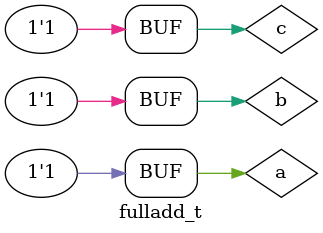
<source format=v>
module fulladd_t;
wire carry,sum;
reg a,b,c;
initial
 begin
 $dumpfile("full_adder.vcd");
 $dumpvars();    
 end
full_add h(a,b,c,carry,sum);
 initial 
        begin 
         #0
         a = 0; b = 0; c=0; 
         #5 
         a = 0; b = 0; c=1;
         #10 
         a = 0; b = 1; c=0;
         #15 
         a = 0; b = 1; c=1;
         #20 
         a = 1; b = 0; c=0;
         #25  
         a = 1; b = 0; c=1;
         #30
         a = 1; b = 1; c=0;
         #35
         a = 1; b = 1; c=1;
        end 
endmodule

</source>
